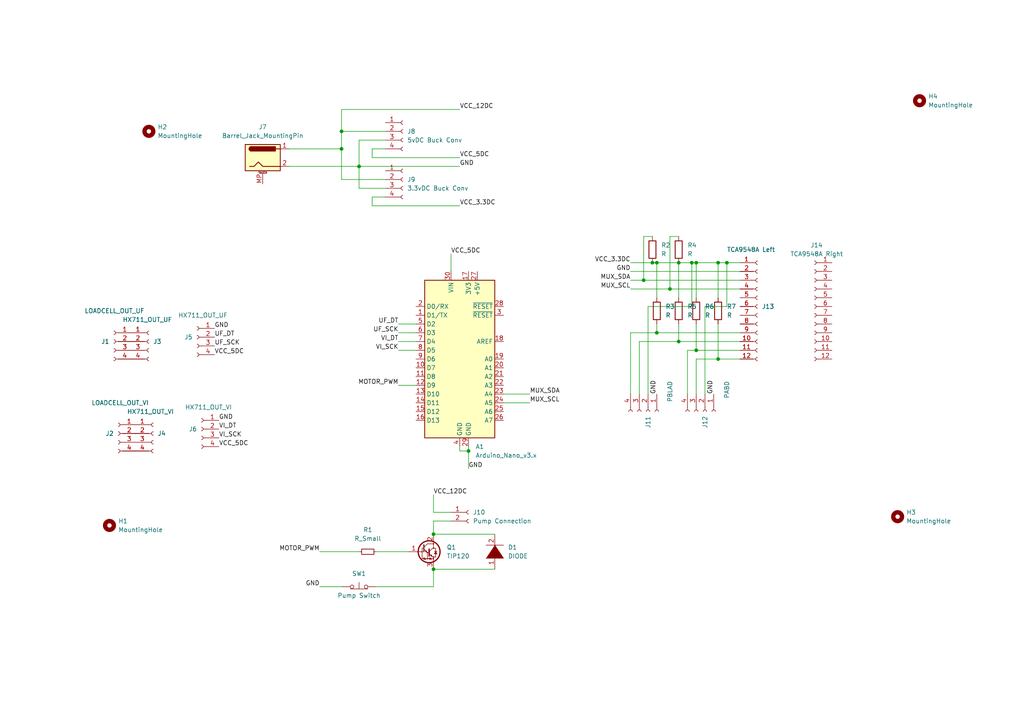
<source format=kicad_sch>
(kicad_sch (version 20211123) (generator eeschema)
  (paper "A4")
  (lib_symbols
    (symbol "Connector:Barrel_Jack_MountingPin" (pin_names hide)
      (property "Reference" "J" (at 0 5.334 0))
      (property "Value" "Barrel_Jack_MountingPin" (at 1.27 -6.35 0))
      (symbol "Barrel_Jack_MountingPin_0_1"
        (rectangle (start -5.08 3.81) (end 5.08 -3.81) (stroke (width 0.254)) (fill (type background)))
        (arc (start -3.302 3.175) (mid -3.937 2.54) (end -3.302 1.905) (stroke (width 0.254)))
        (arc (start -3.302 3.175) (mid -3.937 2.54) (end -3.302 1.905) (stroke (width 0.254)) (fill (type outline)))
        (polyline (pts (xy 5.08 2.54) (xy 3.81 2.54)) (stroke (width 0.254)))
        (polyline (pts (xy -3.81 -2.54) (xy -2.54 -2.54) (xy -1.27 -1.27) (xy 0 -2.54) (xy 2.54 -2.54) (xy 5.08 -2.54)) (stroke (width 0.254)))
        (rectangle (start 3.683 3.175) (end -3.302 1.905) (stroke (width 0.254)) (fill (type outline)))
      )
      (symbol "Barrel_Jack_MountingPin_1_1"
        (polyline (pts (xy -1.016 -4.572) (xy 1.016 -4.572)) (stroke (width 0.1524)))
        (text "Mounting" (at 0 -4.191 0) (effects (font (size 0.381 0.381))))
        (pin passive line (at 7.62 2.54 180) (length 2.54) (name "~") (number "1"))
        (pin passive line (at 7.62 -2.54 180) (length 2.54) (name "~") (number "2"))
        (pin passive line (at 0 -7.62 90) (length 3.048) (name "MountPin") (number "MP"))
      )
    )
    (symbol "Connector:Conn_01x02_Female" (pin_names (offset 1.016) hide)
      (property "Reference" "J" (at 0 2.54 0))
      (property "Value" "Conn_01x02_Female" (at 0 -5.08 0))
      (symbol "Conn_01x02_Female_1_1"
        (arc (start 0 -2.032) (mid -0.508 -2.54) (end 0 -3.048) (stroke (width 0.1524)))
        (polyline (pts (xy -1.27 -2.54) (xy -0.508 -2.54)) (stroke (width 0.1524)))
        (polyline (pts (xy -1.27 0) (xy -0.508 0)) (stroke (width 0.1524)))
        (arc (start 0 0.508) (mid -0.508 0) (end 0 -0.508) (stroke (width 0.1524)))
        (pin passive line (at -5.08 0 0) (length 3.81) (name "Pin_1") (number "1"))
        (pin passive line (at -5.08 -2.54 0) (length 3.81) (name "Pin_2") (number "2"))
      )
    )
    (symbol "Connector:Conn_01x04_Female" (pin_names (offset 1.016) hide)
      (property "Reference" "J" (at 0 5.08 0))
      (property "Value" "Conn_01x04_Female" (at 0 -7.62 0))
      (symbol "Conn_01x04_Female_1_1"
        (arc (start 0 -4.572) (mid -0.508 -5.08) (end 0 -5.588) (stroke (width 0.1524)))
        (arc (start 0 -2.032) (mid -0.508 -2.54) (end 0 -3.048) (stroke (width 0.1524)))
        (polyline (pts (xy -1.27 -5.08) (xy -0.508 -5.08)) (stroke (width 0.1524)))
        (polyline (pts (xy -1.27 -2.54) (xy -0.508 -2.54)) (stroke (width 0.1524)))
        (polyline (pts (xy -1.27 0) (xy -0.508 0)) (stroke (width 0.1524)))
        (polyline (pts (xy -1.27 2.54) (xy -0.508 2.54)) (stroke (width 0.1524)))
        (arc (start 0 0.508) (mid -0.508 0) (end 0 -0.508) (stroke (width 0.1524)))
        (arc (start 0 3.048) (mid -0.508 2.54) (end 0 2.032) (stroke (width 0.1524)))
        (pin passive line (at -5.08 2.54 0) (length 3.81) (name "Pin_1") (number "1"))
        (pin passive line (at -5.08 0 0) (length 3.81) (name "Pin_2") (number "2"))
        (pin passive line (at -5.08 -2.54 0) (length 3.81) (name "Pin_3") (number "3"))
        (pin passive line (at -5.08 -5.08 0) (length 3.81) (name "Pin_4") (number "4"))
      )
    )
    (symbol "Connector:Conn_01x12_Female" (pin_names (offset 1.016) hide)
      (property "Reference" "J" (at 0 15.24 0))
      (property "Value" "Conn_01x12_Female" (at 0 -17.78 0))
      (symbol "Conn_01x12_Female_1_1"
        (arc (start 0 -14.732) (mid -0.508 -15.24) (end 0 -15.748) (stroke (width 0.1524)))
        (arc (start 0 -12.192) (mid -0.508 -12.7) (end 0 -13.208) (stroke (width 0.1524)))
        (arc (start 0 -9.652) (mid -0.508 -10.16) (end 0 -10.668) (stroke (width 0.1524)))
        (arc (start 0 -7.112) (mid -0.508 -7.62) (end 0 -8.128) (stroke (width 0.1524)))
        (arc (start 0 -4.572) (mid -0.508 -5.08) (end 0 -5.588) (stroke (width 0.1524)))
        (arc (start 0 -2.032) (mid -0.508 -2.54) (end 0 -3.048) (stroke (width 0.1524)))
        (polyline (pts (xy -1.27 -15.24) (xy -0.508 -15.24)) (stroke (width 0.1524)))
        (polyline (pts (xy -1.27 -12.7) (xy -0.508 -12.7)) (stroke (width 0.1524)))
        (polyline (pts (xy -1.27 -10.16) (xy -0.508 -10.16)) (stroke (width 0.1524)))
        (polyline (pts (xy -1.27 -7.62) (xy -0.508 -7.62)) (stroke (width 0.1524)))
        (polyline (pts (xy -1.27 -5.08) (xy -0.508 -5.08)) (stroke (width 0.1524)))
        (polyline (pts (xy -1.27 -2.54) (xy -0.508 -2.54)) (stroke (width 0.1524)))
        (polyline (pts (xy -1.27 0) (xy -0.508 0)) (stroke (width 0.1524)))
        (polyline (pts (xy -1.27 2.54) (xy -0.508 2.54)) (stroke (width 0.1524)))
        (polyline (pts (xy -1.27 5.08) (xy -0.508 5.08)) (stroke (width 0.1524)))
        (polyline (pts (xy -1.27 7.62) (xy -0.508 7.62)) (stroke (width 0.1524)))
        (polyline (pts (xy -1.27 10.16) (xy -0.508 10.16)) (stroke (width 0.1524)))
        (polyline (pts (xy -1.27 12.7) (xy -0.508 12.7)) (stroke (width 0.1524)))
        (arc (start 0 0.508) (mid -0.508 0) (end 0 -0.508) (stroke (width 0.1524)))
        (arc (start 0 3.048) (mid -0.508 2.54) (end 0 2.032) (stroke (width 0.1524)))
        (arc (start 0 5.588) (mid -0.508 5.08) (end 0 4.572) (stroke (width 0.1524)))
        (arc (start 0 8.128) (mid -0.508 7.62) (end 0 7.112) (stroke (width 0.1524)))
        (arc (start 0 10.668) (mid -0.508 10.16) (end 0 9.652) (stroke (width 0.1524)))
        (arc (start 0 13.208) (mid -0.508 12.7) (end 0 12.192) (stroke (width 0.1524)))
        (pin passive line (at -5.08 12.7 0) (length 3.81) (name "Pin_1") (number "1"))
        (pin passive line (at -5.08 -10.16 0) (length 3.81) (name "Pin_10") (number "10"))
        (pin passive line (at -5.08 -12.7 0) (length 3.81) (name "Pin_11") (number "11"))
        (pin passive line (at -5.08 -15.24 0) (length 3.81) (name "Pin_12") (number "12"))
        (pin passive line (at -5.08 10.16 0) (length 3.81) (name "Pin_2") (number "2"))
        (pin passive line (at -5.08 7.62 0) (length 3.81) (name "Pin_3") (number "3"))
        (pin passive line (at -5.08 5.08 0) (length 3.81) (name "Pin_4") (number "4"))
        (pin passive line (at -5.08 2.54 0) (length 3.81) (name "Pin_5") (number "5"))
        (pin passive line (at -5.08 0 0) (length 3.81) (name "Pin_6") (number "6"))
        (pin passive line (at -5.08 -2.54 0) (length 3.81) (name "Pin_7") (number "7"))
        (pin passive line (at -5.08 -5.08 0) (length 3.81) (name "Pin_8") (number "8"))
        (pin passive line (at -5.08 -7.62 0) (length 3.81) (name "Pin_9") (number "9"))
      )
    )
    (symbol "Device:R" (pin_numbers hide) (pin_names (offset 0))
      (property "Reference" "R" (at 2.032 0 90))
      (property "Value" "R" (at 0 0 90))
      (symbol "R_0_1"
        (rectangle (start -1.016 -2.54) (end 1.016 2.54) (stroke (width 0.254)))
      )
      (symbol "R_1_1"
        (pin passive line (at 0 3.81 270) (length 1.27) (name "~") (number "1"))
        (pin passive line (at 0 -3.81 90) (length 1.27) (name "~") (number "2"))
      )
    )
    (symbol "Device:R_Small" (pin_numbers hide) (pin_names (offset 0.254) hide)
      (property "Reference" "R" (at 0.762 0.508 0))
      (property "Value" "R_Small" (at 0.762 -1.016 0))
      (symbol "R_Small_0_1"
        (rectangle (start -0.762 1.778) (end 0.762 -1.778) (stroke (width 0.2032)))
      )
      (symbol "R_Small_1_1"
        (pin passive line (at 0 2.54 270) (length 0.762) (name "~") (number "1"))
        (pin passive line (at 0 -2.54 90) (length 0.762) (name "~") (number "2"))
      )
    )
    (symbol "MCU_Module:Arduino_Nano_v3.x"
      (property "Reference" "A" (at -10.16 23.495 0))
      (property "Value" "Arduino_Nano_v3.x" (at 5.08 -24.13 0))
      (symbol "Arduino_Nano_v3.x_0_1"
        (rectangle (start -10.16 22.86) (end 10.16 -22.86) (stroke (width 0.254)) (fill (type background)))
      )
      (symbol "Arduino_Nano_v3.x_1_1"
        (pin bidirectional line (at -12.7 12.7 0) (length 2.54) (name "D1/TX") (number "1"))
        (pin bidirectional line (at -12.7 -2.54 0) (length 2.54) (name "D7") (number "10"))
        (pin bidirectional line (at -12.7 -5.08 0) (length 2.54) (name "D8") (number "11"))
        (pin bidirectional line (at -12.7 -7.62 0) (length 2.54) (name "D9") (number "12"))
        (pin bidirectional line (at -12.7 -10.16 0) (length 2.54) (name "D10") (number "13"))
        (pin bidirectional line (at -12.7 -12.7 0) (length 2.54) (name "D11") (number "14"))
        (pin bidirectional line (at -12.7 -15.24 0) (length 2.54) (name "D12") (number "15"))
        (pin bidirectional line (at -12.7 -17.78 0) (length 2.54) (name "D13") (number "16"))
        (pin power_out line (at 2.54 25.4 270) (length 2.54) (name "3V3") (number "17"))
        (pin input line (at 12.7 5.08 180) (length 2.54) (name "AREF") (number "18"))
        (pin bidirectional line (at 12.7 0 180) (length 2.54) (name "A0") (number "19"))
        (pin bidirectional line (at -12.7 15.24 0) (length 2.54) (name "D0/RX") (number "2"))
        (pin bidirectional line (at 12.7 -2.54 180) (length 2.54) (name "A1") (number "20"))
        (pin bidirectional line (at 12.7 -5.08 180) (length 2.54) (name "A2") (number "21"))
        (pin bidirectional line (at 12.7 -7.62 180) (length 2.54) (name "A3") (number "22"))
        (pin bidirectional line (at 12.7 -10.16 180) (length 2.54) (name "A4") (number "23"))
        (pin bidirectional line (at 12.7 -12.7 180) (length 2.54) (name "A5") (number "24"))
        (pin bidirectional line (at 12.7 -15.24 180) (length 2.54) (name "A6") (number "25"))
        (pin bidirectional line (at 12.7 -17.78 180) (length 2.54) (name "A7") (number "26"))
        (pin power_out line (at 5.08 25.4 270) (length 2.54) (name "+5V") (number "27"))
        (pin input line (at 12.7 15.24 180) (length 2.54) (name "~{RESET}") (number "28"))
        (pin power_in line (at 2.54 -25.4 90) (length 2.54) (name "GND") (number "29"))
        (pin input line (at 12.7 12.7 180) (length 2.54) (name "~{RESET}") (number "3"))
        (pin power_in line (at -2.54 25.4 270) (length 2.54) (name "VIN") (number "30"))
        (pin power_in line (at 0 -25.4 90) (length 2.54) (name "GND") (number "4"))
        (pin bidirectional line (at -12.7 10.16 0) (length 2.54) (name "D2") (number "5"))
        (pin bidirectional line (at -12.7 7.62 0) (length 2.54) (name "D3") (number "6"))
        (pin bidirectional line (at -12.7 5.08 0) (length 2.54) (name "D4") (number "7"))
        (pin bidirectional line (at -12.7 2.54 0) (length 2.54) (name "D5") (number "8"))
        (pin bidirectional line (at -12.7 0 0) (length 2.54) (name "D6") (number "9"))
      )
    )
    (symbol "Mechanical:MountingHole" (pin_names (offset 1.016))
      (property "Reference" "H" (at 0 5.08 0))
      (property "Value" "MountingHole" (at 0 3.175 0))
      (symbol "MountingHole_0_1"
        (circle (center 0 0) (radius 1.27) (stroke (width 1.27)))
      )
    )
    (symbol "Switch:SW_Push_Open" (pin_numbers hide) (pin_names (offset 1.016) hide)
      (property "Reference" "SW" (at 0 2.54 0))
      (property "Value" "SW_Push_Open" (at 0 -1.905 0))
      (symbol "SW_Push_Open_0_1"
        (circle (center -2.032 0) (radius 0.508))
        (polyline (pts (xy -2.54 -0.635) (xy 2.54 -0.635)))
        (polyline (pts (xy 0 -0.635) (xy 0 1.27)))
        (circle (center 2.032 0) (radius 0.508))
        (pin passive line (at -5.08 0 0) (length 2.54) (name "A") (number "1"))
      )
      (symbol "SW_Push_Open_1_1"
        (pin passive line (at 5.08 0 180) (length 2.54) (name "B") (number "2"))
      )
    )
    (symbol "Transistor_BJT:TIP120" (pin_names (offset 0) hide)
      (property "Reference" "Q" (at 5.08 1.905 0))
      (property "Value" "TIP120" (at 5.08 0 0))
      (symbol "TIP120_0_1"
        (circle (center -0.762 0) (radius 0.127))
        (polyline (pts (xy -1.27 0) (xy -0.889 0)))
        (polyline (pts (xy 2.54 -2.032) (xy 2.54 -2.54)))
        (polyline (pts (xy 2.54 -1.524) (xy 3.175 -1.524)))
        (polyline (pts (xy 2.794 0.127) (xy 3.556 0.127)))
        (polyline (pts (xy 3.175 -0.635) (xy 3.175 -1.524)))
        (polyline (pts (xy 3.175 1.016) (xy 2.54 1.016)))
        (polyline (pts (xy 3.175 1.016) (xy 3.175 0.127)))
        (polyline (pts (xy -0.254 0.762) (xy 0.762 -0.254) (xy 1.27 -0.254)))
        (polyline (pts (xy -0.254 1.016) (xy -0.762 1.016) (xy -0.762 -2.032)))
        (polyline (pts (xy -0.254 1.27) (xy 0.762 2.286) (xy 2.54 2.286)))
        (polyline (pts (xy -0.254 2.032) (xy -0.254 0) (xy -0.254 0)) (stroke (width 0.3048)))
        (polyline (pts (xy 1.27 0.762) (xy 1.27 -1.27) (xy 1.27 -1.27)) (stroke (width 0.381)))
        (polyline (pts (xy 0.635 -0.127) (xy 0.381 0.381) (xy 0.127 0.127) (xy 0.635 -0.127)))
        (polyline (pts (xy 1.27 -0.508) (xy 2.286 -1.524) (xy 2.54 -1.524) (xy 2.54 -2.032)))
        (polyline (pts (xy 1.27 0) (xy 2.286 1.016) (xy 2.54 1.016) (xy 2.54 2.286)))
        (polyline (pts (xy 2.159 -1.397) (xy 1.905 -0.889) (xy 1.651 -1.143) (xy 2.159 -1.397)))
        (polyline (pts (xy 3.175 0.127) (xy 2.794 -0.635) (xy 3.556 -0.635) (xy 3.175 0.127)) (fill (type outline)))
        (polyline (pts (xy 0.762 -2.032) (xy 0.381 -2.032) (xy 0.254 -2.286) (xy 0.127 -1.778) (xy 0 -2.286) (xy -0.127 -1.778) (xy -0.254 -2.286) (xy -0.381 -1.778) (xy -0.508 -2.032) (xy -0.762 -2.032)))
        (polyline (pts (xy 0.762 -0.254) (xy 0.762 -2.032) (xy 1.143 -2.032) (xy 1.27 -1.778) (xy 1.397 -2.286) (xy 1.524 -1.778) (xy 1.651 -2.286) (xy 1.778 -1.778) (xy 1.905 -2.286) (xy 2.032 -2.032) (xy 2.54 -2.032)))
        (circle (center 0.762 -2.032) (radius 0.127))
        (circle (center 0.762 -0.254) (radius 0.127))
        (circle (center 1.27 0) (radius 3.175) (stroke (width 0.3556)))
        (circle (center 2.54 -2.032) (radius 0.127))
        (circle (center 2.54 -1.524) (radius 0.127))
        (circle (center 2.54 1.016) (radius 0.127))
        (circle (center 2.54 2.286) (radius 0.127))
      )
      (symbol "TIP120_1_1"
        (pin input line (at -5.08 0 0) (length 3.81) (name "B") (number "1"))
        (pin passive line (at 2.54 5.08 270) (length 2.667) (name "C") (number "2"))
        (pin passive line (at 2.54 -5.08 90) (length 2.54) (name "E") (number "3"))
      )
    )
    (symbol "pspice:DIODE" (pin_names (offset 1.016) hide)
      (property "Reference" "D" (at 0 3.81 0))
      (property "Value" "DIODE" (at 0 -4.445 0))
      (symbol "DIODE_0_1"
        (polyline (pts (xy 1.905 2.54) (xy 1.905 -2.54)))
        (polyline (pts (xy -1.905 2.54) (xy -1.905 -2.54) (xy 1.905 0)) (fill (type outline)))
      )
      (symbol "DIODE_1_1"
        (pin input line (at -5.08 0 0) (length 3.81) (name "K") (number "1"))
        (pin input line (at 5.08 0 180) (length 3.81) (name "A") (number "2"))
      )
    )
  )
  (junction (at 135.89 130.81))
  (junction (at 196.85 99.06))
  (junction (at 189.23 76.2))
  (junction (at 196.85 76.2))
  (junction (at 210.82 76.2))
  (junction (at 104.14 48.26))
  (junction (at 190.5 76.2))
  (junction (at 201.93 101.6))
  (junction (at 186.69 81.28))
  (junction (at 125.73 165.1))
  (junction (at 201.93 76.2))
  (junction (at 99.06 43.18))
  (junction (at 190.5 96.52))
  (junction (at 125.73 154.94))
  (junction (at 208.28 104.14))
  (junction (at 208.28 76.2))
  (junction (at 194.31 83.82))
  (junction (at 99.06 38.1))
  (junction (at 200.66 76.2))
  (wire (pts (xy 208.28 76.2) (xy 210.82 76.2)))
  (wire (pts (xy 130.81 73.66) (xy 130.81 78.74)))
  (wire (pts (xy 196.85 99.06) (xy 214.63 99.06)))
  (wire (pts (xy 111.76 43.18) (xy 107.95 43.18)))
  (wire (pts (xy 196.85 68.58) (xy 194.31 68.58)))
  (wire (pts (xy 109.22 160.02) (xy 118.11 160.02)))
  (wire (pts (xy 99.06 38.1) (xy 111.76 38.1)))
  (wire (pts (xy 200.66 76.2) (xy 201.93 76.2)))
  (wire (pts (xy 83.82 43.18) (xy 99.06 43.18)))
  (wire (pts (xy 208.28 76.2) (xy 208.28 86.36)))
  (wire (pts (xy 104.14 48.26) (xy 83.82 48.26)))
  (wire (pts (xy 107.95 45.72) (xy 133.35 45.72)))
  (wire (pts (xy 182.88 78.74) (xy 214.63 78.74)))
  (wire (pts (xy 201.93 76.2) (xy 201.93 86.36)))
  (wire (pts (xy 190.5 86.36) (xy 190.5 76.2)))
  (wire (pts (xy 201.93 104.14) (xy 208.28 104.14)))
  (wire (pts (xy 92.71 160.02) (xy 104.14 160.02)))
  (wire (pts (xy 115.57 96.52) (xy 120.65 96.52)))
  (wire (pts (xy 182.88 81.28) (xy 186.69 81.28)))
  (wire (pts (xy 115.57 111.76) (xy 120.65 111.76)))
  (wire (pts (xy 115.57 101.6) (xy 120.65 101.6)))
  (wire (pts (xy 199.39 101.6) (xy 201.93 101.6)))
  (wire (pts (xy 107.95 59.69) (xy 133.35 59.69)))
  (wire (pts (xy 182.88 76.2) (xy 189.23 76.2)))
  (wire (pts (xy 194.31 83.82) (xy 214.63 83.82)))
  (wire (pts (xy 125.73 165.1) (xy 143.51 165.1)))
  (wire (pts (xy 125.73 154.94) (xy 143.51 154.94)))
  (wire (pts (xy 107.95 57.15) (xy 107.95 59.69)))
  (wire (pts (xy 133.35 130.81) (xy 135.89 130.81)))
  (wire (pts (xy 210.82 88.9) (xy 210.82 76.2)))
  (wire (pts (xy 146.05 116.84) (xy 153.67 116.84)))
  (wire (pts (xy 208.28 93.98) (xy 208.28 104.14)))
  (wire (pts (xy 99.06 38.1) (xy 99.06 31.75)))
  (wire (pts (xy 201.93 76.2) (xy 208.28 76.2)))
  (wire (pts (xy 186.69 68.58) (xy 186.69 81.28)))
  (wire (pts (xy 189.23 76.2) (xy 190.5 76.2)))
  (wire (pts (xy 130.81 148.59) (xy 125.73 148.59)))
  (wire (pts (xy 182.88 114.3) (xy 182.88 96.52)))
  (wire (pts (xy 115.57 99.06) (xy 120.65 99.06)))
  (wire (pts (xy 135.89 130.81) (xy 135.89 129.54)))
  (wire (pts (xy 196.85 76.2) (xy 196.85 86.36)))
  (wire (pts (xy 201.93 101.6) (xy 214.63 101.6)))
  (wire (pts (xy 130.81 151.13) (xy 125.73 151.13)))
  (wire (pts (xy 190.5 96.52) (xy 214.63 96.52)))
  (wire (pts (xy 146.05 114.3) (xy 153.67 114.3)))
  (wire (pts (xy 111.76 40.64) (xy 104.14 40.64)))
  (wire (pts (xy 208.28 104.14) (xy 214.63 104.14)))
  (wire (pts (xy 185.42 99.06) (xy 196.85 99.06)))
  (wire (pts (xy 199.39 114.3) (xy 199.39 101.6)))
  (wire (pts (xy 125.73 143.51) (xy 125.73 148.59)))
  (wire (pts (xy 186.69 81.28) (xy 214.63 81.28)))
  (wire (pts (xy 194.31 68.58) (xy 194.31 83.82)))
  (wire (pts (xy 133.35 129.54) (xy 133.35 130.81)))
  (wire (pts (xy 187.96 114.3) (xy 187.96 88.9)))
  (wire (pts (xy 210.82 76.2) (xy 214.63 76.2)))
  (wire (pts (xy 182.88 96.52) (xy 190.5 96.52)))
  (wire (pts (xy 135.89 130.81) (xy 135.89 135.89)))
  (wire (pts (xy 201.93 114.3) (xy 201.93 104.14)))
  (wire (pts (xy 200.66 88.9) (xy 200.66 76.2)))
  (wire (pts (xy 125.73 170.18) (xy 125.73 165.1)))
  (wire (pts (xy 99.06 31.75) (xy 133.35 31.75)))
  (wire (pts (xy 99.06 43.18) (xy 99.06 52.07)))
  (wire (pts (xy 190.5 76.2) (xy 196.85 76.2)))
  (wire (pts (xy 125.73 151.13) (xy 125.73 154.94)))
  (wire (pts (xy 204.47 114.3) (xy 204.47 88.9)))
  (wire (pts (xy 109.22 170.18) (xy 125.73 170.18)))
  (wire (pts (xy 104.14 54.61) (xy 111.76 54.61)))
  (wire (pts (xy 92.71 170.18) (xy 99.06 170.18)))
  (wire (pts (xy 190.5 93.98) (xy 190.5 96.52)))
  (wire (pts (xy 107.95 43.18) (xy 107.95 45.72)))
  (wire (pts (xy 104.14 48.26) (xy 104.14 54.61)))
  (wire (pts (xy 185.42 114.3) (xy 185.42 99.06)))
  (wire (pts (xy 115.57 93.98) (xy 120.65 93.98)))
  (wire (pts (xy 201.93 93.98) (xy 201.93 101.6)))
  (wire (pts (xy 187.96 88.9) (xy 200.66 88.9)))
  (wire (pts (xy 99.06 43.18) (xy 99.06 38.1)))
  (wire (pts (xy 99.06 52.07) (xy 111.76 52.07)))
  (wire (pts (xy 196.85 93.98) (xy 196.85 99.06)))
  (wire (pts (xy 104.14 40.64) (xy 104.14 48.26)))
  (wire (pts (xy 204.47 88.9) (xy 210.82 88.9)))
  (wire (pts (xy 196.85 76.2) (xy 200.66 76.2)))
  (wire (pts (xy 104.14 48.26) (xy 133.35 48.26)))
  (wire (pts (xy 182.88 83.82) (xy 194.31 83.82)))
  (wire (pts (xy 189.23 68.58) (xy 186.69 68.58)))
  (wire (pts (xy 111.76 57.15) (xy 107.95 57.15)))
  (label "GND" (at 133.35 48.26 0))
  (label "VCC_5DC" (at 63.5 129.54 0))
  (label "VCC_12DC" (at 125.73 143.51 0))
  (label "MUX_SDA" (at 182.88 81.28 180))
  (label "VI_SCK" (at 63.5 127 0))
  (label "VCC_3.3DC" (at 182.88 76.2 180))
  (label "VCC_5DC" (at 62.23 102.87 0))
  (label "VCC_5DC" (at 133.35 45.72 0))
  (label "MUX_SDA" (at 153.67 114.3 0))
  (label "MOTOR_PWM" (at 115.57 111.76 180))
  (label "VCC_12DC" (at 133.35 31.75 0))
  (label "UF_DT" (at 62.23 97.79 0))
  (label "VCC_5DC" (at 130.81 73.66 0))
  (label "UF_DT" (at 115.57 93.98 180))
  (label "GND" (at 207.01 114.3 90))
  (label "GND" (at 135.89 135.89 0))
  (label "VI_SCK" (at 115.57 101.6 180))
  (label "MUX_SCL" (at 153.67 116.84 0))
  (label "GND" (at 92.71 170.18 180))
  (label "VCC_3.3DC" (at 133.35 59.69 0))
  (label "VI_DT" (at 115.57 99.06 180))
  (label "GND" (at 62.23 95.25 0))
  (label "UF_SCK" (at 62.23 100.33 0))
  (label "GND" (at 63.5 121.92 0))
  (label "MUX_SCL" (at 182.88 83.82 180))
  (label "MOTOR_PWM" (at 92.71 160.02 180))
  (label "VI_DT" (at 63.5 124.46 0))
  (label "GND" (at 182.88 78.74 180))
  (label "GND" (at 190.5 114.3 90))
  (label "UF_SCK" (at 115.57 96.52 180))
  (symbol (lib_id "Switch:SW_Push_Open") (at 104.14 170.18 0) (unit 1)
    (property "Reference" "SW1" (at 104.14 166.37 0))
    (property "Value" "Pump Switch" (at 104.14 172.72 0))
    (property "Footprint" "Connector_PinHeader_2.54mm:PinHeader_1x02_P2.54mm_Vertical" (effects hide))
  )
  (symbol (lib_id "Device:R") (at 196.85 90.17 0) (unit 1)
    (property "Reference" "R5" (at 199.39 88.8999 0) (effects (justify left)))
    (property "Value" "R" (at 199.39 91.4399 0) (effects (justify left)))
    (property "Footprint" "Resistor_THT:R_Axial_DIN0414_L11.9mm_D4.5mm_P15.24mm_Horizontal" (effects hide))
  )
  (symbol (lib_id "Transistor_BJT:TIP120") (at 123.19 160.02 0) (unit 1)
    (property "Reference" "Q1" (at 129.54 158.7499 0) (effects (justify left)))
    (property "Value" "TIP120" (at 129.54 161.2899 0) (effects (justify left)))
    (property "Footprint" "Package_TO_SOT_THT:TO-220-3_Vertical" (effects hide))
    (property "Datasheet" "https://www.onsemi.com/pub/Collateral/TIP120-D.PDF" (effects hide))
  )
  (symbol (lib_id "Connector:Conn_01x04_Female") (at 44.45 125.73 0) (unit 1)
    (property "Reference" "J4" (at 45.72 125.7299 0) (effects (justify left)))
    (property "Value" "HX711_OUT_VI" (at 36.83 119.38 0) (effects (justify left)))
    (property "Footprint" "Connector_PinHeader_2.54mm:PinHeader_1x04_P2.54mm_Vertical" (effects hide))
  )
  (symbol (lib_id "Connector:Conn_01x04_Female") (at 33.02 99.06 0) (mirror y) (unit 1)
    (property "Reference" "J1" (at 31.75 99.0599 0) (effects (justify left)))
    (property "Value" "LOADCELL_OUT_UF" (at 41.91 90.17 0) (effects (justify left)))
    (property "Footprint" "Connector_PinHeader_2.54mm:PinHeader_1x04_P2.54mm_Vertical" (effects hide))
  )
  (symbol (lib_id "Mechanical:MountingHole") (at 266.7 29.21 0) (unit 1)
    (property "Reference" "H4" (at 269.24 27.9399 0) (effects (justify left)))
    (property "Value" "MountingHole" (at 269.24 30.4799 0) (effects (justify left)))
    (property "Footprint" "MountingHole:MountingHole_3.7mm" (effects hide))
  )
  (symbol (lib_id "Connector:Conn_01x12_Female") (at 219.71 88.9 0) (unit 1)
    (property "Reference" "J13" (at 220.98 88.8999 0) (effects (justify left)))
    (property "Value" "TCA9548A Left" (at 210.82 72.39 0) (effects (justify left)))
    (property "Footprint" "Connector_PinHeader_2.54mm:PinHeader_1x12_P2.54mm_Vertical" (effects hide))
  )
  (symbol (lib_id "Connector:Conn_01x02_Female") (at 135.89 148.59 0) (unit 1)
    (property "Reference" "J10" (at 137.16 148.5899 0) (effects (justify left)))
    (property "Value" "Pump Connection" (at 137.16 151.1299 0) (effects (justify left)))
    (property "Footprint" "Connector_PinHeader_2.54mm:PinHeader_1x02_P2.54mm_Vertical" (effects hide))
  )
  (symbol (lib_id "Mechanical:MountingHole") (at 31.75 152.4 0) (unit 1)
    (property "Reference" "H1" (at 34.29 151.1299 0) (effects (justify left)))
    (property "Value" "MountingHole" (at 34.29 153.6699 0) (effects (justify left)))
    (property "Footprint" "MountingHole:MountingHole_3.7mm" (effects hide))
  )
  (symbol (lib_id "pspice:DIODE") (at 143.51 160.02 90) (unit 1)
    (property "Reference" "D1" (at 147.32 158.7499 90) (effects (justify right)))
    (property "Value" "DIODE" (at 147.32 161.2899 90) (effects (justify right)))
    (property "Footprint" "Diode_THT:D_5W_P10.16mm_Horizontal" (effects hide))
  )
  (symbol (lib_id "Connector:Conn_01x04_Female") (at 204.47 119.38 270) (unit 1)
    (property "Reference" "J12" (at 204.4701 120.65 0) (effects (justify left)))
    (property "Value" "PABD" (at 210.82 110.49 0) (effects (justify left)))
    (property "Footprint" "Connector_PinHeader_2.54mm:PinHeader_1x04_P2.54mm_Vertical" (effects hide))
  )
  (symbol (lib_id "Connector:Conn_01x04_Female") (at 58.42 124.46 0) (mirror y) (unit 1)
    (property "Reference" "J6" (at 57.15 124.4599 0) (effects (justify left)))
    (property "Value" "HX711_OUT_VI" (at 67.31 118.11 0) (effects (justify left)))
    (property "Footprint" "Connector_PinHeader_2.54mm:PinHeader_1x04_P2.54mm_Vertical" (effects hide))
  )
  (symbol (lib_id "Device:R") (at 190.5 90.17 0) (unit 1)
    (property "Reference" "R3" (at 193.04 88.8999 0) (effects (justify left)))
    (property "Value" "R" (at 193.04 91.4399 0) (effects (justify left)))
    (property "Footprint" "Resistor_THT:R_Axial_DIN0414_L11.9mm_D4.5mm_P15.24mm_Horizontal" (effects hide))
  )
  (symbol (lib_id "Mechanical:MountingHole") (at 43.18 38.1 0) (unit 1)
    (property "Reference" "H2" (at 45.72 36.8299 0) (effects (justify left)))
    (property "Value" "MountingHole" (at 45.72 39.3699 0) (effects (justify left)))
    (property "Footprint" "MountingHole:MountingHole_3.7mm" (effects hide))
  )
  (symbol (lib_id "Device:R_Small") (at 106.68 160.02 90) (unit 1)
    (property "Reference" "R1" (at 106.68 153.67 90))
    (property "Value" "R_Small" (at 106.68 156.21 90))
    (property "Footprint" "Resistor_THT:R_Axial_DIN0414_L11.9mm_D4.5mm_P15.24mm_Horizontal" (effects hide))
  )
  (symbol (lib_id "Connector:Conn_01x04_Female") (at 34.29 125.73 0) (mirror y) (unit 1)
    (property "Reference" "J2" (at 33.02 125.7299 0) (effects (justify left)))
    (property "Value" "LOADCELL_OUT_VI" (at 43.18 116.84 0) (effects (justify left)))
    (property "Footprint" "Connector_PinHeader_2.54mm:PinHeader_1x04_P2.54mm_Vertical" (effects hide))
  )
  (symbol (lib_id "MCU_Module:Arduino_Nano_v3.x") (at 133.35 104.14 0) (unit 1)
    (property "Reference" "A1" (at 137.9094 129.54 0) (effects (justify left)))
    (property "Value" "Arduino_Nano_v3.x" (at 137.9094 132.08 0) (effects (justify left)))
    (property "Footprint" "Module:Arduino_Nano" (effects hide))
    (property "Datasheet" "http://www.mouser.com/pdfdocs/Gravitech_Arduino_Nano3_0.pdf" (effects hide))
  )
  (symbol (lib_id "Connector:Barrel_Jack_MountingPin") (at 76.2 45.72 0) (unit 1)
    (property "Reference" "J7" (at 76.2 36.83 0))
    (property "Value" "Barrel_Jack_MountingPin" (at 76.2 39.37 0))
    (property "Footprint" "Connector_BarrelJack:BarrelJack_Horizontal" (effects hide))
  )
  (symbol (lib_id "Connector:Conn_01x04_Female") (at 116.84 38.1 0) (unit 1)
    (property "Reference" "J8" (at 118.11 38.0999 0) (effects (justify left)))
    (property "Value" "5vDC Buck Conv" (at 118.11 40.6399 0) (effects (justify left)))
    (property "Footprint" "Connector_PinHeader_2.54mm:PinHeader_1x04_P2.54mm_Vertical" (effects hide))
  )
  (symbol (lib_id "Connector:Conn_01x04_Female") (at 116.84 52.07 0) (unit 1)
    (property "Reference" "J9" (at 118.11 52.0699 0) (effects (justify left)))
    (property "Value" "3.3vDC Buck Conv" (at 118.11 54.6099 0) (effects (justify left)))
    (property "Footprint" "Connector_PinHeader_2.54mm:PinHeader_1x04_P2.54mm_Vertical" (effects hide))
  )
  (symbol (lib_id "Device:R") (at 201.93 90.17 0) (unit 1)
    (property "Reference" "R6" (at 204.47 88.8999 0) (effects (justify left)))
    (property "Value" "R" (at 204.47 91.4399 0) (effects (justify left)))
    (property "Footprint" "Resistor_THT:R_Axial_DIN0414_L11.9mm_D4.5mm_P15.24mm_Horizontal" (effects hide))
  )
  (symbol (lib_id "Mechanical:MountingHole") (at 260.35 149.86 0) (unit 1)
    (property "Reference" "H3" (at 262.89 148.5899 0) (effects (justify left)))
    (property "Value" "MountingHole" (at 262.89 151.1299 0) (effects (justify left)))
    (property "Footprint" "MountingHole:MountingHole_3.7mm" (effects hide))
  )
  (symbol (lib_id "Device:R") (at 196.85 72.39 0) (unit 1)
    (property "Reference" "R4" (at 199.39 71.1199 0) (effects (justify left)))
    (property "Value" "R" (at 199.39 73.6599 0) (effects (justify left)))
    (property "Footprint" "Resistor_THT:R_Axial_DIN0414_L11.9mm_D4.5mm_P15.24mm_Horizontal" (effects hide))
  )
  (symbol (lib_id "Device:R") (at 208.28 90.17 0) (unit 1)
    (property "Reference" "R7" (at 210.82 88.8999 0) (effects (justify left)))
    (property "Value" "R" (at 210.82 91.4399 0) (effects (justify left)))
    (property "Footprint" "Resistor_THT:R_Axial_DIN0414_L11.9mm_D4.5mm_P15.24mm_Horizontal" (effects hide))
  )
  (symbol (lib_id "Connector:Conn_01x04_Female") (at 57.15 97.79 0) (mirror y) (unit 1)
    (property "Reference" "J5" (at 55.88 97.7899 0) (effects (justify left)))
    (property "Value" "HX711_OUT_UF" (at 66.04 91.44 0) (effects (justify left)))
    (property "Footprint" "Connector_PinHeader_2.54mm:PinHeader_1x04_P2.54mm_Vertical" (effects hide))
  )
  (symbol (lib_id "Connector:Conn_01x12_Female") (at 236.22 88.9 0) (mirror y) (unit 1)
    (property "Reference" "J14" (at 236.855 71.12 0))
    (property "Value" "TCA9548A Right" (at 236.855 73.66 0))
    (property "Footprint" "Connector_PinHeader_2.54mm:PinHeader_1x12_P2.54mm_Vertical" (effects hide))
  )
  (symbol (lib_id "Connector:Conn_01x04_Female") (at 43.18 99.06 0) (unit 1)
    (property "Reference" "J3" (at 44.45 99.0599 0) (effects (justify left)))
    (property "Value" "HX711_OUT_UF" (at 35.56 92.71 0) (effects (justify left)))
    (property "Footprint" "Connector_PinHeader_2.54mm:PinHeader_1x04_P2.54mm_Vertical" (effects hide))
  )
  (symbol (lib_id "Device:R") (at 189.23 72.39 0) (unit 1)
    (property "Reference" "R2" (at 191.77 71.1199 0) (effects (justify left)))
    (property "Value" "R" (at 191.77 73.6599 0) (effects (justify left)))
    (property "Footprint" "Resistor_THT:R_Axial_DIN0414_L11.9mm_D4.5mm_P15.24mm_Horizontal" (effects hide))
  )
  (symbol (lib_id "Connector:Conn_01x04_Female") (at 187.96 119.38 270) (unit 1)
    (property "Reference" "J11" (at 187.9601 120.65 0) (effects (justify left)))
    (property "Value" "PBLAD" (at 194.31 110.49 0) (effects (justify left)))
    (property "Footprint" "Connector_PinHeader_2.54mm:PinHeader_1x04_P2.54mm_Vertical" (effects hide))
  )
)
</source>
